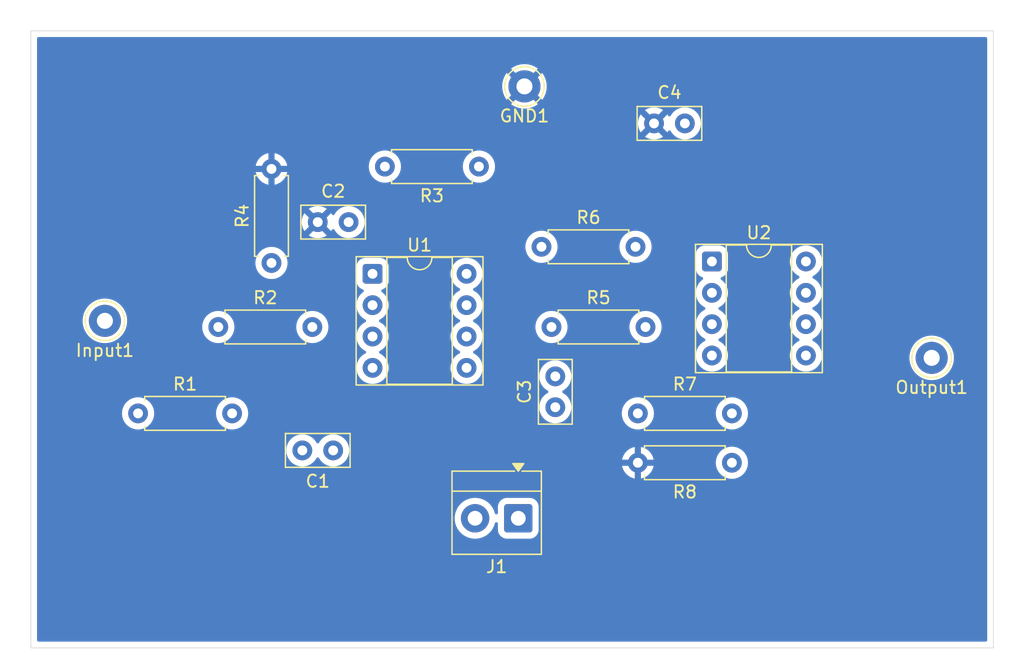
<source format=kicad_pcb>
(kicad_pcb (version 20241229) (generator "pcbnew") (generator_version "9.0")
  (layers (0 "F.Cu" signal) (2 "B.Cu" signal) (13 "F.Paste" user) (15 "B.Paste" user) (5 "F.SilkS" user "F.Silkscreen") (7 "B.SilkS" user "B.Silkscreen") (1 "F.Mask" user) (3 "B.Mask" user) (25 "Edge.Cuts" user))
  (net 0 "")
  (net 1 "GND")
  (net 2 "Net-(C3-Pad2)")
  (net 3 "Net-(C3-Pad1)")
  (net 4 "Net-(C1-Pad2)")
  (net 5 "Net-(C1-Pad1)")
  (net 6 "Net-(U1-+)")
  (net 7 "Net-(U2-+)")
  (net 8 "Net-(Input1-Pad1)")
  (net 9 "V+")
  (net 10 "V-")
  (net 11 "Net-(U1--)")
  (net 12 "Net-(U2--)")
  (footprint "Resistor_THT:R_Axial_DIN0207_L6.3mm_D2.5mm_P7.62mm_Horizontal" (layer "F.Cu") (at 105.69 72.5)
    (property "Reference" "R2" (at 3.81 -2.37 0) (layer "F.SilkS"))
    (property "Value" "R")
    (fp_line (start 0.54 -1.37) (end 7.08 -1.37) (stroke (width 0.12)) (layer "F.SilkS"))
    (fp_line (start 0.54 -1.04) (end 0.54 -1.37) (stroke (width 0.12)) (layer "F.SilkS"))
    (fp_line (start 0.54 1.04) (end 0.54 1.37) (stroke (width 0.12)) (layer "F.SilkS"))
    (fp_line (start 0.54 1.37) (end 7.08 1.37) (stroke (width 0.12)) (layer "F.SilkS"))
    (fp_line (start 7.08 -1.37) (end 7.08 -1.04) (stroke (width 0.12)) (layer "F.SilkS"))
    (fp_line (start 7.08 1.37) (end 7.08 1.04) (stroke (width 0.12)) (layer "F.SilkS"))
    (pad "1" thru_hole circle (at 0 0) (size 1.6 1.6) (drill 0.8) (layers "*.Cu" "*.Mask") (net 4 "Net-(C1-Pad2)"))
    (pad "2" thru_hole oval (at 7.62 0) (size 1.6 1.6) (drill 0.8) (layers "*.Cu" "*.Mask") (net 6 "Net-(U1-+)"))
  )
  (footprint "Resistor_THT:R_Axial_DIN0207_L6.3mm_D2.5mm_P7.62mm_Horizontal" (layer "F.Cu") (at 99.19 79.5)
    (property "Reference" "R1" (at 3.81 -2.37 0) (layer "F.SilkS"))
    (property "Value" "R")
    (fp_line (start 0.54 -1.37) (end 7.08 -1.37) (stroke (width 0.12)) (layer "F.SilkS"))
    (fp_line (start 0.54 -1.04) (end 0.54 -1.37) (stroke (width 0.12)) (layer "F.SilkS"))
    (fp_line (start 0.54 1.04) (end 0.54 1.37) (stroke (width 0.12)) (layer "F.SilkS"))
    (fp_line (start 0.54 1.37) (end 7.08 1.37) (stroke (width 0.12)) (layer "F.SilkS"))
    (fp_line (start 7.08 -1.37) (end 7.08 -1.04) (stroke (width 0.12)) (layer "F.SilkS"))
    (fp_line (start 7.08 1.37) (end 7.08 1.04) (stroke (width 0.12)) (layer "F.SilkS"))
    (pad "1" thru_hole circle (at 0 0) (size 1.6 1.6) (drill 0.8) (layers "*.Cu" "*.Mask") (net 8 "Net-(Input1-Pad1)"))
    (pad "2" thru_hole oval (at 7.62 0) (size 1.6 1.6) (drill 0.8) (layers "*.Cu" "*.Mask") (net 4 "Net-(C1-Pad2)"))
  )
  (footprint "Package_DIP:DIP-8_W7.62mm_Socket" (layer "F.Cu") (at 145.69 67.19)
    (property "Reference" "U2" (at 3.81 -2.33 0) (layer "F.SilkS"))
    (property "Value" "TL081")
    (fp_line (start 1.16 -1.33) (end 1.16 8.95) (stroke (width 0.12)) (layer "F.SilkS"))
    (fp_line (start 1.16 8.95) (end 6.46 8.95) (stroke (width 0.12)) (layer "F.SilkS"))
    (fp_line (start 2.81 -1.33) (end 1.16 -1.33) (stroke (width 0.12)) (layer "F.SilkS"))
    (fp_line (start 6.46 -1.33) (end 4.81 -1.33) (stroke (width 0.12)) (layer "F.SilkS"))
    (fp_line (start 6.46 8.95) (end 6.46 -1.33) (stroke (width 0.12)) (layer "F.SilkS"))
    (fp_rect (start -1.33 -1.39) (end 8.95 9.01) (stroke (width 0.12)) (fill no) (layer "F.SilkS"))
    (fp_arc (start 4.81 -1.33) (mid 3.81 -0.33) (end 2.81 -1.33) (stroke (width 0.12)) (layer "F.SilkS"))
    (pad "1" thru_hole roundrect (at 0 0) (size 1.6 1.6) (drill 0.8) (layers "*.Cu" "*.Mask") (roundrect_rratio 0.15625))
    (pad "2" thru_hole circle (at 0 2.54) (size 1.6 1.6) (drill 0.8) (layers "*.Cu" "*.Mask") (net 12 "Net-(U2--)"))
    (pad "3" thru_hole circle (at 0 5.08) (size 1.6 1.6) (drill 0.8) (layers "*.Cu" "*.Mask") (net 7 "Net-(U2-+)"))
    (pad "4" thru_hole circle (at 0 7.62) (size 1.6 1.6) (drill 0.8) (layers "*.Cu" "*.Mask") (net 10 "V-"))
    (pad "5" thru_hole circle (at 7.62 7.62) (size 1.6 1.6) (drill 0.8) (layers "*.Cu" "*.Mask"))
    (pad "6" thru_hole circle (at 7.62 5.08) (size 1.6 1.6) (drill 0.8) (layers "*.Cu" "*.Mask") (net 3 "Net-(C3-Pad1)"))
    (pad "7" thru_hole circle (at 7.62 2.54) (size 1.6 1.6) (drill 0.8) (layers "*.Cu" "*.Mask") (net 9 "V+"))
    (pad "8" thru_hole circle (at 7.62 0) (size 1.6 1.6) (drill 0.8) (layers "*.Cu" "*.Mask"))
  )
  (footprint "Resistor_THT:R_Axial_DIN0207_L6.3mm_D2.5mm_P7.62mm_Horizontal" (layer "F.Cu") (at 110 67.31 90)
    (property "Reference" "R4" (at 3.81 -2.37 90) (layer "F.SilkS"))
    (property "Value" "R")
    (fp_line (start 7.08 -1.37) (end 7.08 -1.04) (stroke (width 0.12)) (layer "F.SilkS"))
    (fp_line (start 0.54 -1.37) (end 7.08 -1.37) (stroke (width 0.12)) (layer "F.SilkS"))
    (fp_line (start 0.54 -1.04) (end 0.54 -1.37) (stroke (width 0.12)) (layer "F.SilkS"))
    (fp_line (start 0.54 1.04) (end 0.54 1.37) (stroke (width 0.12)) (layer "F.SilkS"))
    (fp_line (start 7.08 1.37) (end 7.08 1.04) (stroke (width 0.12)) (layer "F.SilkS"))
    (fp_line (start 0.54 1.37) (end 7.08 1.37) (stroke (width 0.12)) (layer "F.SilkS"))
    (pad "1" thru_hole circle (at 0 0 90) (size 1.6 1.6) (drill 0.8) (layers "*.Cu" "*.Mask") (net 11 "Net-(U1--)"))
    (pad "2" thru_hole oval (at 7.62 0 90) (size 1.6 1.6) (drill 0.8) (layers "*.Cu" "*.Mask") (net 1 "GND"))
  )
  (footprint "Capacitor_THT:C_Disc_D5.0mm_W2.5mm_P2.50mm" (layer "F.Cu") (at 133 79 90)
    (property "Reference" "C3" (at 1.25 -2.5 90) (layer "F.SilkS"))
    (property "Value" "C")
    (fp_line (start 3.87 -1.37) (end 3.87 1.37) (stroke (width 0.12)) (layer "F.SilkS"))
    (fp_line (start -1.37 -1.37) (end 3.87 -1.37) (stroke (width 0.12)) (layer "F.SilkS"))
    (fp_line (start -1.37 -1.37) (end -1.37 1.37) (stroke (width 0.12)) (layer "F.SilkS"))
    (fp_line (start -1.37 1.37) (end 3.87 1.37) (stroke (width 0.12)) (layer "F.SilkS"))
    (pad "1" thru_hole circle (at 0 0 90) (size 1.6 1.6) (drill 0.8) (layers "*.Cu" "*.Mask") (net 3 "Net-(C3-Pad1)"))
    (pad "2" thru_hole circle (at 2.5 0 90) (size 1.6 1.6) (drill 0.8) (layers "*.Cu" "*.Mask") (net 2 "Net-(C3-Pad2)"))
  )
  (footprint "Connector_Pin:Pin_D1.3mm_L11.0mm" (layer "F.Cu") (at 96.5 72)
    (property "Reference" "Input1" (at 0 2.4 0) (layer "F.SilkS"))
    (property "Value" "TP in")
    (fp_circle (center 0 0) (end 1.6 0.05) (stroke (width 0.12)) (fill no) (layer "F.SilkS"))
    (pad "1" thru_hole circle (at 0 0) (size 2.6 2.6) (drill 1.3) (layers "*.Cu" "*.Mask") (net 8 "Net-(Input1-Pad1)"))
  )
  (footprint "Resistor_THT:R_Axial_DIN0207_L6.3mm_D2.5mm_P7.62mm_Horizontal" (layer "F.Cu") (at 139.69 79.5)
    (property "Reference" "R7" (at 3.81 -2.37 0) (layer "F.SilkS"))
    (property "Value" "R")
    (fp_line (start 0.54 -1.37) (end 7.08 -1.37) (stroke (width 0.12)) (layer "F.SilkS"))
    (fp_line (start 0.54 -1.04) (end 0.54 -1.37) (stroke (width 0.12)) (layer "F.SilkS"))
    (fp_line (start 0.54 1.04) (end 0.54 1.37) (stroke (width 0.12)) (layer "F.SilkS"))
    (fp_line (start 0.54 1.37) (end 7.08 1.37) (stroke (width 0.12)) (layer "F.SilkS"))
    (fp_line (start 7.08 -1.37) (end 7.08 -1.04) (stroke (width 0.12)) (layer "F.SilkS"))
    (fp_line (start 7.08 1.37) (end 7.08 1.04) (stroke (width 0.12)) (layer "F.SilkS"))
    (pad "1" thru_hole circle (at 0 0) (size 1.6 1.6) (drill 0.8) (layers "*.Cu" "*.Mask") (net 3 "Net-(C3-Pad1)"))
    (pad "2" thru_hole oval (at 7.62 0) (size 1.6 1.6) (drill 0.8) (layers "*.Cu" "*.Mask") (net 12 "Net-(U2--)"))
  )
  (footprint "Resistor_THT:R_Axial_DIN0207_L6.3mm_D2.5mm_P7.62mm_Horizontal" (layer "F.Cu") (at 131.88 66)
    (property "Reference" "R6" (at 3.81 -2.37 0) (layer "F.SilkS"))
    (property "Value" "R")
    (fp_line (start 0.54 -1.37) (end 7.08 -1.37) (stroke (width 0.12)) (layer "F.SilkS"))
    (fp_line (start 0.54 -1.04) (end 0.54 -1.37) (stroke (width 0.12)) (layer "F.SilkS"))
    (fp_line (start 0.54 1.04) (end 0.54 1.37) (stroke (width 0.12)) (layer "F.SilkS"))
    (fp_line (start 0.54 1.37) (end 7.08 1.37) (stroke (width 0.12)) (layer "F.SilkS"))
    (fp_line (start 7.08 -1.37) (end 7.08 -1.04) (stroke (width 0.12)) (layer "F.SilkS"))
    (fp_line (start 7.08 1.37) (end 7.08 1.04) (stroke (width 0.12)) (layer "F.SilkS"))
    (pad "1" thru_hole circle (at 0 0) (size 1.6 1.6) (drill 0.8) (layers "*.Cu" "*.Mask") (net 2 "Net-(C3-Pad2)"))
    (pad "2" thru_hole oval (at 7.62 0) (size 1.6 1.6) (drill 0.8) (layers "*.Cu" "*.Mask") (net 7 "Net-(U2-+)"))
  )
  (footprint "Resistor_THT:R_Axial_DIN0207_L6.3mm_D2.5mm_P7.62mm_Horizontal" (layer "F.Cu") (at 126.81 59.5 180)
    (property "Reference" "R3" (at 3.81 -2.37 0) (layer "F.SilkS"))
    (property "Value" "R")
    (fp_line (start 7.08 1.37) (end 7.08 1.04) (stroke (width 0.12)) (layer "F.SilkS"))
    (fp_line (start 7.08 -1.37) (end 7.08 -1.04) (stroke (width 0.12)) (layer "F.SilkS"))
    (fp_line (start 0.54 1.37) (end 7.08 1.37) (stroke (width 0.12)) (layer "F.SilkS"))
    (fp_line (start 0.54 1.04) (end 0.54 1.37) (stroke (width 0.12)) (layer "F.SilkS"))
    (fp_line (start 0.54 -1.04) (end 0.54 -1.37) (stroke (width 0.12)) (layer "F.SilkS"))
    (fp_line (start 0.54 -1.37) (end 7.08 -1.37) (stroke (width 0.12)) (layer "F.SilkS"))
    (pad "1" thru_hole circle (at 0 0 180) (size 1.6 1.6) (drill 0.8) (layers "*.Cu" "*.Mask") (net 5 "Net-(C1-Pad1)"))
    (pad "2" thru_hole oval (at 7.62 0 180) (size 1.6 1.6) (drill 0.8) (layers "*.Cu" "*.Mask") (net 11 "Net-(U1--)"))
  )
  (footprint "TerminalBlock_MetzConnect:TerminalBlock_MetzConnect_Type059_RT06302HBWC_1x02_P3.50mm_Horizontal" (layer "F.Cu") (at 130 88 180)
    (property "Reference" "J1" (at 1.75 -3.92 0) (layer "F.SilkS"))
    (property "Value" "Screw_Terminal_01x02")
    (fp_line (start 5.37 -2.92) (end 5.37 3.82) (stroke (width 0.12)) (layer "F.SilkS"))
    (fp_line (start 0.3 3.82) (end 5.37 3.82) (stroke (width 0.12)) (layer "F.SilkS"))
    (fp_line (start -1.87 3.82) (end -0.3 3.82) (stroke (width 0.12)) (layer "F.SilkS"))
    (fp_line (start -1.87 2.2) (end 5.37 2.2) (stroke (width 0.12)) (layer "F.SilkS"))
    (fp_line (start -1.87 -2.92) (end 5.37 -2.92) (stroke (width 0.12)) (layer "F.SilkS"))
    (fp_line (start -1.87 -2.92) (end -1.87 3.82) (stroke (width 0.12)) (layer "F.SilkS"))
    (fp_poly (pts (xy 0 3.82) (xy 0.44 4.43) (xy -0.44 4.43)) (stroke (width 0.12)) (fill yes) (layer "F.SilkS"))
    (pad "1" thru_hole roundrect (at 0 0 180) (size 2.3 2.3) (drill 1.2) (layers "*.Cu" "*.Mask") (roundrect_rratio 0.108696) (net 9 "V+"))
    (pad "2" thru_hole circle (at 3.5 0 180) (size 2.3 2.3) (drill 1.2) (layers "*.Cu" "*.Mask") (net 10 "V-"))
  )
  (footprint "Capacitor_THT:C_Disc_D5.0mm_W2.5mm_P2.50mm" (layer "F.Cu") (at 115 82.5 180)
    (property "Reference" "C1" (at 1.25 -2.5 0) (layer "F.SilkS"))
    (property "Value" "C")
    (fp_line (start 3.87 -1.37) (end 3.87 1.37) (stroke (width 0.12)) (layer "F.SilkS"))
    (fp_line (start -1.37 1.37) (end 3.87 1.37) (stroke (width 0.12)) (layer "F.SilkS"))
    (fp_line (start -1.37 -1.37) (end 3.87 -1.37) (stroke (width 0.12)) (layer "F.SilkS"))
    (fp_line (start -1.37 -1.37) (end -1.37 1.37) (stroke (width 0.12)) (layer "F.SilkS"))
    (pad "1" thru_hole circle (at 0 0 180) (size 1.6 1.6) (drill 0.8) (layers "*.Cu" "*.Mask") (net 5 "Net-(C1-Pad1)"))
    (pad "2" thru_hole circle (at 2.5 0 180) (size 1.6 1.6) (drill 0.8) (layers "*.Cu" "*.Mask") (net 4 "Net-(C1-Pad2)"))
  )
  (footprint "Capacitor_THT:C_Disc_D5.0mm_W2.5mm_P2.50mm" (layer "F.Cu") (at 113.75 64)
    (property "Reference" "C2" (at 1.25 -2.5 0) (layer "F.SilkS"))
    (property "Value" "C")
    (fp_line (start -1.37 -1.37) (end -1.37 1.37) (stroke (width 0.12)) (layer "F.SilkS"))
    (fp_line (start -1.37 -1.37) (end 3.87 -1.37) (stroke (width 0.12)) (layer "F.SilkS"))
    (fp_line (start -1.37 1.37) (end 3.87 1.37) (stroke (width 0.12)) (layer "F.SilkS"))
    (fp_line (start 3.87 -1.37) (end 3.87 1.37) (stroke (width 0.12)) (layer "F.SilkS"))
    (pad "1" thru_hole circle (at 0 0) (size 1.6 1.6) (drill 0.8) (layers "*.Cu" "*.Mask") (net 1 "GND"))
    (pad "2" thru_hole circle (at 2.5 0) (size 1.6 1.6) (drill 0.8) (layers "*.Cu" "*.Mask") (net 6 "Net-(U1-+)"))
  )
  (footprint "Connector_Pin:Pin_D1.3mm_L11.0mm" (layer "F.Cu") (at 130.5 53)
    (property "Reference" "GND1" (at 0 2.4 0) (layer "F.SilkS"))
    (property "Value" "TP_GND")
    (fp_circle (center 0 0) (end 1.6 0.05) (stroke (width 0.12)) (fill no) (layer "F.SilkS"))
    (pad "1" thru_hole circle (at 0 0) (size 2.6 2.6) (drill 1.3) (layers "*.Cu" "*.Mask") (net 1 "GND"))
  )
  (footprint "Capacitor_THT:C_Disc_D5.0mm_W2.5mm_P2.50mm" (layer "F.Cu") (at 141 56)
    (property "Reference" "C4" (at 1.25 -2.5 0) (layer "F.SilkS"))
    (property "Value" "C")
    (fp_line (start -1.37 -1.37) (end -1.37 1.37) (stroke (width 0.12)) (layer "F.SilkS"))
    (fp_line (start -1.37 -1.37) (end 3.87 -1.37) (stroke (width 0.12)) (layer "F.SilkS"))
    (fp_line (start -1.37 1.37) (end 3.87 1.37) (stroke (width 0.12)) (layer "F.SilkS"))
    (fp_line (start 3.87 -1.37) (end 3.87 1.37) (stroke (width 0.12)) (layer "F.SilkS"))
    (pad "1" thru_hole circle (at 0 0) (size 1.6 1.6) (drill 0.8) (layers "*.Cu" "*.Mask") (net 1 "GND"))
    (pad "2" thru_hole circle (at 2.5 0) (size 1.6 1.6) (drill 0.8) (layers "*.Cu" "*.Mask") (net 7 "Net-(U2-+)"))
  )
  (footprint "Package_DIP:DIP-8_W7.62mm_Socket" (layer "F.Cu") (at 118.19 68.19)
    (property "Reference" "U1" (at 3.81 -2.33 0) (layer "F.SilkS"))
    (property "Value" "TL081")
    (fp_line (start 1.16 -1.33) (end 1.16 8.95) (stroke (width 0.12)) (layer "F.SilkS"))
    (fp_line (start 1.16 8.95) (end 6.46 8.95) (stroke (width 0.12)) (layer "F.SilkS"))
    (fp_line (start 2.81 -1.33) (end 1.16 -1.33) (stroke (width 0.12)) (layer "F.SilkS"))
    (fp_line (start 6.46 -1.33) (end 4.81 -1.33) (stroke (width 0.12)) (layer "F.SilkS"))
    (fp_line (start 6.46 8.95) (end 6.46 -1.33) (stroke (width 0.12)) (layer "F.SilkS"))
    (fp_rect (start -1.33 -1.39) (end 8.95 9.01) (stroke (width 0.12)) (fill no) (layer "F.SilkS"))
    (fp_arc (start 4.81 -1.33) (mid 3.81 -0.33) (end 2.81 -1.33) (stroke (width 0.12)) (layer "F.SilkS"))
    (pad "1" thru_hole roundrect (at 0 0) (size 1.6 1.6) (drill 0.8) (layers "*.Cu" "*.Mask") (roundrect_rratio 0.15625))
    (pad "2" thru_hole circle (at 0 2.54) (size 1.6 1.6) (drill 0.8) (layers "*.Cu" "*.Mask") (net 11 "Net-(U1--)"))
    (pad "3" thru_hole circle (at 0 5.08) (size 1.6 1.6) (drill 0.8) (layers "*.Cu" "*.Mask") (net 6 "Net-(U1-+)"))
    (pad "4" thru_hole circle (at 0 7.62) (size 1.6 1.6) (drill 0.8) (layers "*.Cu" "*.Mask") (net 10 "V-"))
    (pad "5" thru_hole circle (at 7.62 7.62) (size 1.6 1.6) (drill 0.8) (layers "*.Cu" "*.Mask"))
    (pad "6" thru_hole circle (at 7.62 5.08) (size 1.6 1.6) (drill 0.8) (layers "*.Cu" "*.Mask") (net 5 "Net-(C1-Pad1)"))
    (pad "7" thru_hole circle (at 7.62 2.54) (size 1.6 1.6) (drill 0.8) (layers "*.Cu" "*.Mask") (net 9 "V+"))
    (pad "8" thru_hole circle (at 7.62 0) (size 1.6 1.6) (drill 0.8) (layers "*.Cu" "*.Mask"))
  )
  (footprint "Connector_Pin:Pin_D1.3mm_L11.0mm" (layer "F.Cu") (at 163.5 75)
    (property "Reference" "Output1" (at 0 2.4 0) (layer "F.SilkS"))
    (property "Value" "TP output")
    (fp_circle (center 0 0) (end 1.6 0.05) (stroke (width 0.12)) (fill no) (layer "F.SilkS"))
    (pad "1" thru_hole circle (at 0 0) (size 2.6 2.6) (drill 1.3) (layers "*.Cu" "*.Mask") (net 3 "Net-(C3-Pad1)"))
  )
  (footprint "Resistor_THT:R_Axial_DIN0207_L6.3mm_D2.5mm_P7.62mm_Horizontal" (layer "F.Cu") (at 132.69 72.5)
    (property "Reference" "R5" (at 3.81 -2.37 0) (layer "F.SilkS"))
    (property "Value" "R")
    (fp_line (start 0.54 -1.37) (end 7.08 -1.37) (stroke (width 0.12)) (layer "F.SilkS"))
    (fp_line (start 0.54 -1.04) (end 0.54 -1.37) (stroke (width 0.12)) (layer "F.SilkS"))
    (fp_line (start 0.54 1.04) (end 0.54 1.37) (stroke (width 0.12)) (layer "F.SilkS"))
    (fp_line (start 0.54 1.37) (end 7.08 1.37) (stroke (width 0.12)) (layer "F.SilkS"))
    (fp_line (start 7.08 -1.37) (end 7.08 -1.04) (stroke (width 0.12)) (layer "F.SilkS"))
    (fp_line (start 7.08 1.37) (end 7.08 1.04) (stroke (width 0.12)) (layer "F.SilkS"))
    (pad "1" thru_hole circle (at 0 0) (size 1.6 1.6) (drill 0.8) (layers "*.Cu" "*.Mask") (net 5 "Net-(C1-Pad1)"))
    (pad "2" thru_hole oval (at 7.62 0) (size 1.6 1.6) (drill 0.8) (layers "*.Cu" "*.Mask") (net 2 "Net-(C3-Pad2)"))
  )
  (footprint "Resistor_THT:R_Axial_DIN0207_L6.3mm_D2.5mm_P7.62mm_Horizontal" (layer "F.Cu") (at 147.31 83.5 180)
    (property "Reference" "R8" (at 3.81 -2.37 0) (layer "F.SilkS"))
    (property "Value" "R")
    (fp_line (start 7.08 1.37) (end 7.08 1.04) (stroke (width 0.12)) (layer "F.SilkS"))
    (fp_line (start 7.08 -1.37) (end 7.08 -1.04) (stroke (width 0.12)) (layer "F.SilkS"))
    (fp_line (start 0.54 1.37) (end 7.08 1.37) (stroke (width 0.12)) (layer "F.SilkS"))
    (fp_line (start 0.54 1.04) (end 0.54 1.37) (stroke (width 0.12)) (layer "F.SilkS"))
    (fp_line (start 0.54 -1.04) (end 0.54 -1.37) (stroke (width 0.12)) (layer "F.SilkS"))
    (fp_line (start 0.54 -1.37) (end 7.08 -1.37) (stroke (width 0.12)) (layer "F.SilkS"))
    (pad "1" thru_hole circle (at 0 0 180) (size 1.6 1.6) (drill 0.8) (layers "*.Cu" "*.Mask") (net 12 "Net-(U2--)"))
    (pad "2" thru_hole oval (at 7.62 0 180) (size 1.6 1.6) (drill 0.8) (layers "*.Cu" "*.Mask") (net 1 "GND"))
  )
  (gr_rect (start 90.5 48.5) (end 168.5 98.5) (stroke (width 0.05)) (fill no) (layer "Edge.Cuts"))
  (zone (net 1) (net_name "GND") (layer "B.Cu") (connect_pads (clearance 0.5)) (min_thickness 0.25) (fill yes (thermal_gap 0.5) (thermal_bridge_width 0.5))
    (polygon (pts (xy 171 46) (xy 171 100) (xy 88 100) (xy 88 46)))
  )
)
</source>
